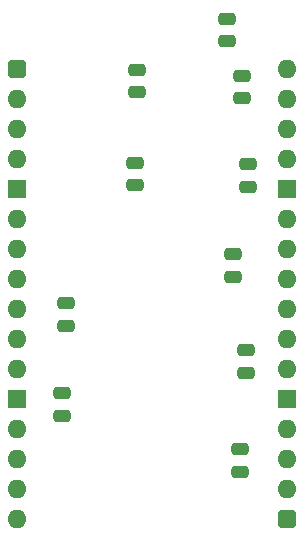
<source format=gbs>
%TF.GenerationSoftware,KiCad,Pcbnew,8.0.7*%
%TF.CreationDate,2025-01-03T14:31:30+02:00*%
%TF.ProjectId,HCP65 MPU NMI,48435036-3520-44d5-9055-204e4d492e6b,V1*%
%TF.SameCoordinates,Original*%
%TF.FileFunction,Soldermask,Bot*%
%TF.FilePolarity,Negative*%
%FSLAX46Y46*%
G04 Gerber Fmt 4.6, Leading zero omitted, Abs format (unit mm)*
G04 Created by KiCad (PCBNEW 8.0.7) date 2025-01-03 14:31:30*
%MOMM*%
%LPD*%
G01*
G04 APERTURE LIST*
G04 Aperture macros list*
%AMRoundRect*
0 Rectangle with rounded corners*
0 $1 Rounding radius*
0 $2 $3 $4 $5 $6 $7 $8 $9 X,Y pos of 4 corners*
0 Add a 4 corners polygon primitive as box body*
4,1,4,$2,$3,$4,$5,$6,$7,$8,$9,$2,$3,0*
0 Add four circle primitives for the rounded corners*
1,1,$1+$1,$2,$3*
1,1,$1+$1,$4,$5*
1,1,$1+$1,$6,$7*
1,1,$1+$1,$8,$9*
0 Add four rect primitives between the rounded corners*
20,1,$1+$1,$2,$3,$4,$5,0*
20,1,$1+$1,$4,$5,$6,$7,0*
20,1,$1+$1,$6,$7,$8,$9,0*
20,1,$1+$1,$8,$9,$2,$3,0*%
G04 Aperture macros list end*
%ADD10RoundRect,0.400000X-0.400000X-0.400000X0.400000X-0.400000X0.400000X0.400000X-0.400000X0.400000X0*%
%ADD11O,1.600000X1.600000*%
%ADD12R,1.600000X1.600000*%
%ADD13RoundRect,0.250000X-0.475000X0.250000X-0.475000X-0.250000X0.475000X-0.250000X0.475000X0.250000X0*%
%ADD14RoundRect,0.250000X0.475000X-0.250000X0.475000X0.250000X-0.475000X0.250000X-0.475000X-0.250000X0*%
G04 APERTURE END LIST*
D10*
%TO.C,J2*%
X0Y0D03*
D11*
X0Y-2540000D03*
X0Y-5080000D03*
X0Y-7620000D03*
D12*
X0Y-10160000D03*
D11*
X0Y-12700000D03*
X0Y-15240000D03*
X0Y-17780000D03*
X0Y-20320000D03*
X0Y-22860000D03*
X0Y-25400000D03*
D12*
X0Y-27940000D03*
D11*
X0Y-30480000D03*
X0Y-33020000D03*
X0Y-35560000D03*
X0Y-38100000D03*
D10*
X22860000Y-38100000D03*
D11*
X22860000Y-35560000D03*
X22860000Y-33020000D03*
X22860000Y-30480000D03*
D12*
X22860000Y-27940000D03*
D11*
X22860000Y-25400000D03*
X22860000Y-22860000D03*
X22860000Y-20320000D03*
X22860000Y-17780000D03*
X22860000Y-15240000D03*
X22860000Y-12700000D03*
D12*
X22860000Y-10160000D03*
D11*
X22860000Y-7620000D03*
X22860000Y-5080000D03*
X22860000Y-2540000D03*
X22860000Y0D03*
%TD*%
D13*
%TO.C,C15*%
X18923000Y-32213000D03*
X18923000Y-34113000D03*
%TD*%
%TO.C,C5*%
X18288000Y-15703000D03*
X18288000Y-17603000D03*
%TD*%
%TO.C,C10*%
X19558000Y-8083000D03*
X19558000Y-9983000D03*
%TD*%
%TO.C,C1*%
X19431000Y-23831000D03*
X19431000Y-25731000D03*
%TD*%
%TO.C,C2*%
X19050000Y-590000D03*
X19050000Y-2490000D03*
%TD*%
%TO.C,C6*%
X17780000Y4236000D03*
X17780000Y2336000D03*
%TD*%
%TO.C,C3*%
X10033000Y-7956000D03*
X10033000Y-9856000D03*
%TD*%
%TO.C,C14*%
X10160000Y-82000D03*
X10160000Y-1982000D03*
%TD*%
D14*
%TO.C,C7*%
X4191000Y-21762000D03*
X4191000Y-19862000D03*
%TD*%
%TO.C,C12*%
X3810000Y-29382000D03*
X3810000Y-27482000D03*
%TD*%
M02*

</source>
